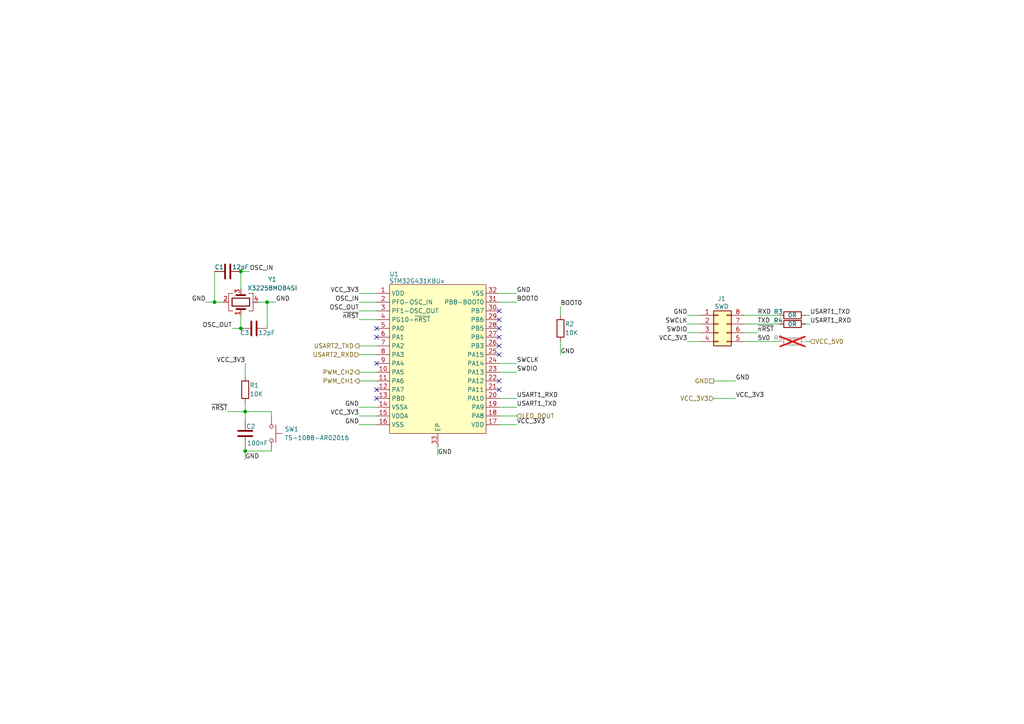
<source format=kicad_sch>
(kicad_sch (version 20250114) (generator "eeschema") (generator_version "9.0")
  (paper "A4")
  (lib_symbols
    (symbol "Connector_Generic:Conn_02x04_Counter_Clockwise" (pin_names (offset 1.016) (hide yes))
      (property "Reference" "J" (at 1.27 5.08 0))
      (property "Value" "Conn_02x04_Counter_Clockwise" (at 1.27 -7.62 0))
      (symbol "Conn_02x04_Counter_Clockwise_1_1"
        (rectangle (start -1.27 3.81) (end 3.81 -6.35) (stroke (width 0.254)) (fill (type background)))
        (rectangle (start -1.27 2.667) (end 0 2.413) (stroke (width 0.1524)))
        (rectangle (start -1.27 0.127) (end 0 -0.127) (stroke (width 0.1524)))
        (rectangle (start -1.27 -2.413) (end 0 -2.667) (stroke (width 0.1524)))
        (rectangle (start -1.27 -4.953) (end 0 -5.207) (stroke (width 0.1524)))
        (rectangle (start 3.81 2.667) (end 2.54 2.413) (stroke (width 0.1524)))
        (rectangle (start 3.81 0.127) (end 2.54 -0.127) (stroke (width 0.1524)))
        (rectangle (start 3.81 -2.413) (end 2.54 -2.667) (stroke (width 0.1524)))
        (rectangle (start 3.81 -4.953) (end 2.54 -5.207) (stroke (width 0.1524)))
        (pin passive line (at -5.08 2.54 0) (length 3.81) (name "Pin_1") (number "1"))
        (pin passive line (at -5.08 0 0) (length 3.81) (name "Pin_2") (number "2"))
        (pin passive line (at -5.08 -2.54 0) (length 3.81) (name "Pin_3") (number "3"))
        (pin passive line (at -5.08 -5.08 0) (length 3.81) (name "Pin_4") (number "4"))
        (pin passive line (at 7.62 2.54 180) (length 3.81) (name "Pin_8") (number "8"))
        (pin passive line (at 7.62 0 180) (length 3.81) (name "Pin_7") (number "7"))
        (pin passive line (at 7.62 -2.54 180) (length 3.81) (name "Pin_6") (number "6"))
        (pin passive line (at 7.62 -5.08 180) (length 3.81) (name "Pin_5") (number "5"))
      )
    )
    (symbol "Device:C" (pin_numbers (hide yes)) (pin_names (offset 0.254))
      (property "Reference" "C" (at 0.635 2.54 0))
      (property "Value" "C" (at 0.635 -2.54 0))
      (symbol "C_0_1"
        (polyline (pts (xy -2.032 0.762) (xy 2.032 0.762)) (stroke (width 0.508)))
        (polyline (pts (xy -2.032 -0.762) (xy 2.032 -0.762)) (stroke (width 0.508)))
      )
      (symbol "C_1_1"
        (pin passive line (at 0 3.81 270) (length 2.794) (name "~") (number "1"))
        (pin passive line (at 0 -3.81 90) (length 2.794) (name "~") (number "2"))
      )
    )
    (symbol "Device:R" (pin_numbers (hide yes)) (pin_names (offset 0))
      (property "Reference" "R" (at 2.032 0 90))
      (property "Value" "R" (at 0 0 90))
      (symbol "R_0_1"
        (rectangle (start -1.016 -2.54) (end 1.016 2.54) (stroke (width 0.254)))
      )
      (symbol "R_1_1"
        (pin passive line (at 0 3.81 270) (length 1.27) (name "~") (number "1"))
        (pin passive line (at 0 -3.81 90) (length 1.27) (name "~") (number "2"))
      )
    )
    (symbol "lidar_camera_sync:STM32G431KBUx"
      (property "Reference" "U" (at -13.462 24.892 0))
      (property "Value" "STM32G431KBUx" (at -6.096 22.86 0))
      (symbol "STM32G431KBUx_0_0"
        (pin power_in line (at -17.78 19.05 0) (length 3.81) (name "VDD") (number "1"))
        (pin bidirectional line (at -17.78 16.51 0) (length 3.81) (name "PF0-OSC_IN") (number "2"))
        (pin bidirectional line (at -17.78 13.97 0) (length 3.81) (name "PF1-OSC_OUT") (number "3"))
        (pin bidirectional line (at -17.78 8.89 0) (length 3.81) (name "PA0") (number "5"))
        (pin bidirectional line (at -17.78 6.35 0) (length 3.81) (name "PA1") (number "6"))
        (pin bidirectional line (at -17.78 3.81 0) (length 3.81) (name "PA2") (number "7"))
        (pin bidirectional line (at -17.78 1.27 0) (length 3.81) (name "PA3") (number "8"))
        (pin bidirectional line (at -17.78 -1.27 0) (length 3.81) (name "PA4") (number "9"))
        (pin bidirectional line (at -17.78 -3.81 0) (length 3.81) (name "PA5") (number "10"))
        (pin bidirectional line (at -17.78 -6.35 0) (length 3.81) (name "PA6") (number "11"))
        (pin bidirectional line (at -17.78 -8.89 0) (length 3.81) (name "PA7") (number "12"))
        (pin bidirectional line (at -17.78 -11.43 0) (length 3.81) (name "PB0") (number "13"))
        (pin passive line (at -17.78 -13.97 0) (length 3.81) (name "VSSA") (number "14"))
        (pin power_in line (at -17.78 -16.51 0) (length 3.81) (name "VDDA") (number "15"))
        (pin passive line (at -17.78 -19.05 0) (length 3.81) (name "VSS") (number "16"))
        (pin passive line (at 0 -25.4 90) (length 3.81) (name "EP") (number "33"))
        (pin passive line (at 17.78 19.05 180) (length 3.81) (name "VSS") (number "32"))
        (pin bidirectional line (at 17.78 16.51 180) (length 3.81) (name "PB8-BOOT0") (number "31"))
        (pin bidirectional line (at 17.78 13.97 180) (length 3.81) (name "PB7") (number "30"))
        (pin bidirectional line (at 17.78 11.43 180) (length 3.81) (name "PB6") (number "29"))
        (pin bidirectional line (at 17.78 8.89 180) (length 3.81) (name "PB5") (number "28"))
        (pin bidirectional line (at 17.78 6.35 180) (length 3.81) (name "PB4") (number "27"))
        (pin bidirectional line (at 17.78 3.81 180) (length 3.81) (name "PB3") (number "26"))
        (pin bidirectional line (at 17.78 1.27 180) (length 3.81) (name "PA15") (number "25"))
        (pin bidirectional line (at 17.78 -1.27 180) (length 3.81) (name "PA14") (number "24"))
        (pin bidirectional line (at 17.78 -3.81 180) (length 3.81) (name "PA13") (number "23"))
        (pin bidirectional line (at 17.78 -6.35 180) (length 3.81) (name "PA12") (number "22"))
        (pin bidirectional line (at 17.78 -8.89 180) (length 3.81) (name "PA11") (number "21"))
        (pin bidirectional line (at 17.78 -11.43 180) (length 3.81) (name "PA10") (number "20"))
        (pin bidirectional line (at 17.78 -13.97 180) (length 3.81) (name "PA9") (number "19"))
        (pin bidirectional line (at 17.78 -16.51 180) (length 3.81) (name "PA8") (number "18"))
        (pin power_in line (at 17.78 -19.05 180) (length 3.81) (name "VDD") (number "17"))
      )
      (symbol "STM32G431KBUx_0_1"
        (rectangle (start -13.97 21.59) (end 13.97 -21.59) (fill (type background)))
      )
      (symbol "STM32G431KBUx_1_0"
        (pin bidirectional line (at -17.78 11.43 0) (length 3.81) (name "PG10-~{nRST}") (number "4"))
      )
    )
    (symbol "lidar_camera_sync:TS-1088-AR02016" (pin_numbers (hide yes)) (pin_names (offset 1.016) (hide yes))
      (property "Reference" "SW" (at 1.27 2.54 0))
      (property "Value" "TS-1088-AR02016" (at 0 -1.524 0))
      (symbol "TS-1088-AR02016_0_1"
        (circle (center -2.032 0) (radius 0.508))
        (polyline (pts (xy 0 1.27) (xy 0 3.048)))
        (circle (center 2.032 0) (radius 0.508))
        (polyline (pts (xy 2.54 1.27) (xy -2.54 1.27)))
        (pin passive line (at -5.08 0 0) (length 2.54) (name "1") (number "1"))
        (pin passive line (at 5.08 0 180) (length 2.54) (name "2") (number "2"))
      )
    )
    (symbol "lidar_camera_sync:X32258MOB4SI" (pin_names (offset 1.016) (hide yes))
      (property "Reference" "Y" (at 3.175 5.08 0))
      (property "Value" "X32258MOB4SI" (at 3.175 3.175 0))
      (symbol "X32258MOB4SI_0_1"
        (polyline (pts (xy -2.54 2.286) (xy -2.54 3.556) (xy 2.54 3.556) (xy 2.54 2.286)))
        (polyline (pts (xy -2.54 0) (xy -2.032 0)))
        (polyline (pts (xy -2.54 -2.286) (xy -2.54 -3.556) (xy 2.54 -3.556) (xy 2.54 -2.286)))
        (polyline (pts (xy -2.032 -1.27) (xy -2.032 1.27)) (stroke (width 0.508)))
        (rectangle (start -1.143 2.54) (end 1.143 -2.54) (stroke (width 0.3048)))
        (polyline (pts (xy 0 3.556) (xy 0 3.81)))
        (polyline (pts (xy 0 -3.81) (xy 0 -3.556)))
        (polyline (pts (xy 2.032 0) (xy 2.54 0)))
        (polyline (pts (xy 2.032 -1.27) (xy 2.032 1.27)) (stroke (width 0.508)))
      )
      (symbol "X32258MOB4SI_1_1"
        (pin passive line (at -3.81 0 0) (length 1.27) (name "1") (number "1"))
        (pin passive line (at 0 5.08 270) (length 1.27) (name "2") (number "2"))
        (pin passive line (at 0 -5.08 90) (length 1.27) (name "4") (number "4"))
        (pin passive line (at 3.81 0 180) (length 1.27) (name "3") (number "3"))
      )
    )
  )
  (junction (at 77.47 87.63))
  (junction (at 69.85 95.25))
  (junction (at 62.23 87.63))
  (junction (at 69.85 78.74))
  (junction (at 71.12 119.38))
  (junction (at 71.12 130.81))
  (no_connect (at 144.78 90.17))
  (no_connect (at 144.78 97.79))
  (no_connect (at 109.22 115.57))
  (no_connect (at 144.78 110.49))
  (no_connect (at 144.78 113.03))
  (no_connect (at 144.78 102.87))
  (no_connect (at 144.78 92.71))
  (no_connect (at 144.78 100.33))
  (no_connect (at 109.22 95.25))
  (no_connect (at 109.22 105.41))
  (no_connect (at 109.22 113.03))
  (no_connect (at 109.22 97.79))
  (no_connect (at 144.78 95.25))
  (wire (pts (xy 71.12 119.38) (xy 78.74 119.38)))
  (wire (pts (xy 74.93 87.63) (xy 77.47 87.63)))
  (wire (pts (xy 162.56 99.06) (xy 162.56 102.87)))
  (wire (pts (xy 144.78 123.19) (xy 149.86 123.19)))
  (wire (pts (xy 144.78 115.57) (xy 149.86 115.57)))
  (wire (pts (xy 215.9 93.98) (xy 226.06 93.98)))
  (wire (pts (xy 104.14 90.17) (xy 109.22 90.17)))
  (wire (pts (xy 144.78 120.65) (xy 149.86 120.65)))
  (wire (pts (xy 104.14 107.95) (xy 109.22 107.95)))
  (wire (pts (xy 71.12 130.81) (xy 78.74 130.81)))
  (wire (pts (xy 199.39 91.44) (xy 203.2 91.44)))
  (wire (pts (xy 104.14 102.87) (xy 109.22 102.87)))
  (wire (pts (xy 127 129.54) (xy 127 132.08)))
  (wire (pts (xy 71.12 105.41) (xy 71.12 109.22)))
  (wire (pts (xy 144.78 85.09) (xy 149.86 85.09)))
  (wire (pts (xy 77.47 87.63) (xy 80.01 87.63)))
  (wire (pts (xy 77.47 87.63) (xy 77.47 95.25)))
  (wire (pts (xy 233.68 91.44) (xy 234.95 91.44)))
  (wire (pts (xy 62.23 87.63) (xy 64.77 87.63)))
  (wire (pts (xy 144.78 87.63) (xy 149.86 87.63)))
  (wire (pts (xy 62.23 78.74) (xy 62.23 87.63)))
  (wire (pts (xy 104.14 123.19) (xy 109.22 123.19)))
  (wire (pts (xy 144.78 107.95) (xy 149.86 107.95)))
  (wire (pts (xy 66.04 119.38) (xy 71.12 119.38)))
  (wire (pts (xy 233.68 93.98) (xy 234.95 93.98)))
  (wire (pts (xy 104.14 120.65) (xy 109.22 120.65)))
  (wire (pts (xy 71.12 119.38) (xy 71.12 121.92)))
  (wire (pts (xy 144.78 105.41) (xy 149.86 105.41)))
  (wire (pts (xy 104.14 87.63) (xy 109.22 87.63)))
  (wire (pts (xy 215.9 96.52) (xy 219.71 96.52)))
  (wire (pts (xy 215.9 99.06) (xy 226.06 99.06)))
  (wire (pts (xy 69.85 78.74) (xy 69.85 83.82)))
  (wire (pts (xy 233.68 99.06) (xy 234.95 99.06)))
  (wire (pts (xy 199.39 99.06) (xy 203.2 99.06)))
  (wire (pts (xy 67.31 95.25) (xy 69.85 95.25)))
  (wire (pts (xy 199.39 93.98) (xy 203.2 93.98)))
  (wire (pts (xy 78.74 120.65) (xy 78.74 119.38)))
  (wire (pts (xy 104.14 110.49) (xy 109.22 110.49)))
  (wire (pts (xy 69.85 78.74) (xy 72.39 78.74)))
  (wire (pts (xy 104.14 92.71) (xy 109.22 92.71)))
  (wire (pts (xy 71.12 119.38) (xy 71.12 116.84)))
  (wire (pts (xy 199.39 96.52) (xy 203.2 96.52)))
  (wire (pts (xy 104.14 85.09) (xy 109.22 85.09)))
  (wire (pts (xy 207.01 110.49) (xy 213.36 110.49)))
  (wire (pts (xy 71.12 130.81) (xy 71.12 133.35)))
  (wire (pts (xy 59.69 87.63) (xy 62.23 87.63)))
  (wire (pts (xy 104.14 118.11) (xy 109.22 118.11)))
  (wire (pts (xy 104.14 100.33) (xy 109.22 100.33)))
  (wire (pts (xy 162.56 88.9) (xy 162.56 91.44)))
  (wire (pts (xy 215.9 91.44) (xy 226.06 91.44)))
  (wire (pts (xy 71.12 129.54) (xy 71.12 130.81)))
  (wire (pts (xy 69.85 91.44) (xy 69.85 95.25)))
  (wire (pts (xy 207.01 115.57) (xy 213.36 115.57)))
  (wire (pts (xy 144.78 118.11) (xy 149.86 118.11)))
  (label "~{nRST}" (at 219.71 96.52 0))
  (label "GND" (at 127 132.08 0))
  (label "VCC_3V3" (at 149.86 123.19 0))
  (label "USART1_TXD" (at 149.86 118.11 0))
  (label "OSC_OUT" (at 67.31 95.25 180))
  (label "USART1_RXD" (at 234.95 93.98 0))
  (label "GND" (at 104.14 118.11 180))
  (label "SWCLK" (at 149.86 105.41 0))
  (label "GND" (at 149.86 85.09 0))
  (label "GND" (at 162.56 102.87 0))
  (label "USART1_TXD" (at 234.95 91.44 0))
  (label "TXD" (at 219.71 93.98 0))
  (label "5V0" (at 219.71 99.06 0))
  (label "OSC_IN" (at 104.14 87.63 180))
  (label "BOOT0" (at 149.86 87.63 0))
  (label "GND" (at 80.01 87.63 0))
  (label "~{nRST}" (at 66.04 119.38 180))
  (label "VCC_3V3" (at 71.12 105.41 180))
  (label "GND" (at 71.12 133.35 0))
  (label "OSC_IN" (at 72.39 78.74 0))
  (label "VCC_3V3" (at 104.14 85.09 180))
  (label "USART1_RXD" (at 149.86 115.57 0))
  (label "GND" (at 213.36 110.49 0))
  (label "BOOT0" (at 162.56 88.9 0))
  (label "SWCLK" (at 199.39 93.98 180))
  (label "GND" (at 104.14 123.19 180))
  (label "GND" (at 199.39 91.44 180))
  (label "VCC_3V3" (at 104.14 120.65 180))
  (label "VCC_3V3" (at 213.36 115.57 0))
  (label "OSC_OUT" (at 104.14 90.17 180))
  (label "~{nRST}" (at 104.14 92.71 180))
  (label "SWDIO" (at 199.39 96.52 180))
  (label "RXD" (at 219.71 91.44 0))
  (label "SWDIO" (at 149.86 107.95 0))
  (label "VCC_3V3" (at 199.39 99.06 180))
  (label "GND" (at 59.69 87.63 180))
  (hierarchical_label "USART2_TXD" (shape output) (at 104.14 100.33 180))
  (hierarchical_label "VCC_5V0" (shape input) (at 234.95 99.06 0))
  (hierarchical_label "VCC_3V3" (shape input) (at 207.01 115.57 180))
  (hierarchical_label "LED_DOUT" (shape input) (at 149.86 120.65 0))
  (hierarchical_label "USART2_RXD" (shape input) (at 104.14 102.87 180))
  (hierarchical_label "GND" (shape passive) (at 207.01 110.49 180))
  (hierarchical_label "PWM_CH2" (shape output) (at 104.14 107.95 180))
  (hierarchical_label "PWM_CH1" (shape output) (at 104.14 110.49 180))
  (symbol (lib_id "Device:R") (at 162.56 95.25 0) (unit 1)
    (property "Reference" "R2" (at 163.83 93.98 0) (effects (justify left)))
    (property "Value" "10K" (at 163.83 96.52 0) (effects (justify left)))
    (property "Footprint" "Resistor_SMD:R_0603_1608Metric" (effects (hide yes)))
    (property "Description" "Resistor" (effects (hide yes)))
  )
  (symbol (lib_id "Device:C") (at 71.12 125.73 0) (unit 1)
    (property "Reference" "C2" (at 71.374 123.698 0) (effects (justify left)))
    (property "Value" "100nF" (at 71.628 128.524 0) (effects (justify left)))
    (property "Footprint" "Capacitor_SMD:C_0603_1608Metric" (effects (hide yes)))
    (property "Description" "Unpolarized capacitor" (effects (hide yes)))
  )
  (symbol (lib_id "Device:R") (at 229.87 99.06 90) (unit 1) (dnp yes)
    (property "Reference" "R5" (at 227.076 98.044 90) (effects (justify left)))
    (property "Value" "0R" (at 231.14 99.06 90) (effects (justify left)))
    (property "Footprint" "Resistor_SMD:R_0603_1608Metric" (effects (hide yes)))
    (property "Description" "Resistor" (effects (hide yes)))
  )
  (symbol (lib_id "lidar_camera_sync:STM32G431KBUx") (at 127 104.14 0) (unit 1)
    (property "Reference" "U1" (at 114.3 79.502 0))
    (property "Value" "STM32G431KBUx" (at 120.904 81.534 0))
    (property "Footprint" "lidar_camera_sync:UFQFPN32-5.3x5.3_P0.5" (effects (hide yes)))
  )
  (symbol (lib_id "lidar_camera_sync:X32258MOB4SI") (at 69.85 87.63 90) (unit 1)
    (property "Reference" "Y1" (at 78.994 81.026 90))
    (property "Value" "X32258MOB4SI" (at 78.994 83.566 90))
    (property "Footprint" "lidar_camera_sync:SMD3225" (effects (hide yes)))
    (property "Description" "Four pin crystal, GND on pins 2 and 4, 12pF" (effects (hide yes)))
  )
  (symbol (lib_id "Device:C") (at 73.66 95.25 270) (unit 1)
    (property "Reference" "C3" (at 69.596 96.52 90) (effects (justify left)))
    (property "Value" "12pF" (at 74.93 96.52 90) (effects (justify left)))
    (property "Footprint" "Capacitor_SMD:C_0603_1608Metric" (effects (hide yes)))
    (property "Description" "Unpolarized capacitor" (effects (hide yes)))
  )
  (symbol (lib_id "Connector_Generic:Conn_02x04_Counter_Clockwise") (at 208.28 93.98 0) (unit 1)
    (property "Reference" "J1" (at 209.296 86.614 0))
    (property "Value" "SWD" (at 209.296 88.9 0))
    (property "Footprint" "Connector_PinHeader_2.54mm:PinHeader_2x04_P2.54mm_Vertical" (effects (hide yes)))
    (property "Description" "Generic connector, double row, 02x04, counter clockwise pin numbering scheme (similar to DIP package numbering), script generated (kicad-library-utils/schlib/autogen/connector/)" (effects (hide yes)))
  )
  (symbol (lib_id "Device:R") (at 229.87 93.98 90) (unit 1)
    (property "Reference" "R4" (at 227.076 92.964 90) (effects (justify left)))
    (property "Value" "0R" (at 231.14 93.98 90) (effects (justify left)))
    (property "Footprint" "Resistor_SMD:R_0603_1608Metric" (effects (hide yes)))
    (property "Description" "Resistor" (effects (hide yes)))
  )
  (symbol (lib_id "Device:C") (at 66.04 78.74 270) (unit 1)
    (property "Reference" "C1" (at 62.23 77.47 90) (effects (justify left)))
    (property "Value" "12pF" (at 67.31 77.47 90) (effects (justify left)))
    (property "Footprint" "Capacitor_SMD:C_0603_1608Metric" (effects (hide yes)))
    (property "Description" "Unpolarized capacitor" (effects (hide yes)))
  )
  (symbol (lib_id "lidar_camera_sync:TS-1088-AR02016") (at 78.74 125.73 270) (unit 1)
    (property "Reference" "SW1" (at 82.55 124.4599 90) (effects (justify left)))
    (property "Value" "TS-1088-AR02016" (at 82.55 126.9999 90) (effects (justify left)))
    (property "Footprint" "lidar_camera_sync:TS-1088-AR02016" (effects (hide yes)))
    (property "Description" "Push button switch, generic, two pins" (effects (hide yes)))
  )
  (symbol (lib_id "Device:R") (at 229.87 91.44 90) (unit 1)
    (property "Reference" "R3" (at 227.076 90.424 90) (effects (justify left)))
    (property "Value" "0R" (at 231.14 91.44 90) (effects (justify left)))
    (property "Footprint" "Resistor_SMD:R_0603_1608Metric" (effects (hide yes)))
    (property "Description" "Resistor" (effects (hide yes)))
  )
  (symbol (lib_id "Device:R") (at 71.12 113.03 0) (unit 1)
    (property "Reference" "R1" (at 72.39 111.76 0) (effects (justify left)))
    (property "Value" "10K" (at 72.39 114.3 0) (effects (justify left)))
    (property "Footprint" "Resistor_SMD:R_0603_1608Metric" (effects (hide yes)))
    (property "Description" "Resistor" (effects (hide yes)))
  )
)
</source>
